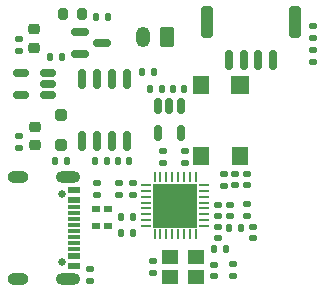
<source format=gts>
G04 #@! TF.GenerationSoftware,KiCad,Pcbnew,8.0.4*
G04 #@! TF.CreationDate,2024-07-24T18:14:05+02:00*
G04 #@! TF.ProjectId,ESP32-C3-V3,45535033-322d-4433-932d-56332e6b6963,rev?*
G04 #@! TF.SameCoordinates,Original*
G04 #@! TF.FileFunction,Soldermask,Top*
G04 #@! TF.FilePolarity,Negative*
%FSLAX46Y46*%
G04 Gerber Fmt 4.6, Leading zero omitted, Abs format (unit mm)*
G04 Created by KiCad (PCBNEW 8.0.4) date 2024-07-24 18:14:05*
%MOMM*%
%LPD*%
G01*
G04 APERTURE LIST*
G04 Aperture macros list*
%AMRoundRect*
0 Rectangle with rounded corners*
0 $1 Rounding radius*
0 $2 $3 $4 $5 $6 $7 $8 $9 X,Y pos of 4 corners*
0 Add a 4 corners polygon primitive as box body*
4,1,4,$2,$3,$4,$5,$6,$7,$8,$9,$2,$3,0*
0 Add four circle primitives for the rounded corners*
1,1,$1+$1,$2,$3*
1,1,$1+$1,$4,$5*
1,1,$1+$1,$6,$7*
1,1,$1+$1,$8,$9*
0 Add four rect primitives between the rounded corners*
20,1,$1+$1,$2,$3,$4,$5,0*
20,1,$1+$1,$4,$5,$6,$7,0*
20,1,$1+$1,$6,$7,$8,$9,0*
20,1,$1+$1,$8,$9,$2,$3,0*%
G04 Aperture macros list end*
%ADD10RoundRect,0.140000X-0.170000X0.140000X-0.170000X-0.140000X0.170000X-0.140000X0.170000X0.140000X0*%
%ADD11RoundRect,0.135000X-0.185000X0.135000X-0.185000X-0.135000X0.185000X-0.135000X0.185000X0.135000X0*%
%ADD12RoundRect,0.140000X-0.140000X-0.170000X0.140000X-0.170000X0.140000X0.170000X-0.140000X0.170000X0*%
%ADD13RoundRect,0.140000X0.170000X-0.140000X0.170000X0.140000X-0.170000X0.140000X-0.170000X-0.140000X0*%
%ADD14RoundRect,0.200000X0.200000X0.275000X-0.200000X0.275000X-0.200000X-0.275000X0.200000X-0.275000X0*%
%ADD15R,0.700000X0.600000*%
%ADD16RoundRect,0.218750X-0.256250X0.218750X-0.256250X-0.218750X0.256250X-0.218750X0.256250X0.218750X0*%
%ADD17C,0.660000*%
%ADD18R,1.140000X0.600000*%
%ADD19R,1.140000X0.300000*%
%ADD20O,2.100000X1.000000*%
%ADD21O,1.800000X1.000000*%
%ADD22RoundRect,0.135000X-0.135000X-0.185000X0.135000X-0.185000X0.135000X0.185000X-0.135000X0.185000X0*%
%ADD23RoundRect,0.250000X0.350000X0.625000X-0.350000X0.625000X-0.350000X-0.625000X0.350000X-0.625000X0*%
%ADD24O,1.200000X1.750000*%
%ADD25RoundRect,0.135000X0.135000X0.185000X-0.135000X0.185000X-0.135000X-0.185000X0.135000X-0.185000X0*%
%ADD26RoundRect,0.135000X0.185000X-0.135000X0.185000X0.135000X-0.185000X0.135000X-0.185000X-0.135000X0*%
%ADD27RoundRect,0.140000X0.140000X0.170000X-0.140000X0.170000X-0.140000X-0.170000X0.140000X-0.170000X0*%
%ADD28RoundRect,0.250000X-0.250000X0.250000X-0.250000X-0.250000X0.250000X-0.250000X0.250000X0.250000X0*%
%ADD29RoundRect,0.150000X0.150000X0.700000X-0.150000X0.700000X-0.150000X-0.700000X0.150000X-0.700000X0*%
%ADD30RoundRect,0.250000X0.250000X1.100000X-0.250000X1.100000X-0.250000X-1.100000X0.250000X-1.100000X0*%
%ADD31RoundRect,0.150000X-0.587500X-0.150000X0.587500X-0.150000X0.587500X0.150000X-0.587500X0.150000X0*%
%ADD32R,1.500000X1.500000*%
%ADD33R,1.400000X1.600000*%
%ADD34RoundRect,0.150000X-0.150000X0.512500X-0.150000X-0.512500X0.150000X-0.512500X0.150000X0.512500X0*%
%ADD35RoundRect,0.062500X0.337500X0.062500X-0.337500X0.062500X-0.337500X-0.062500X0.337500X-0.062500X0*%
%ADD36RoundRect,0.062500X0.062500X0.337500X-0.062500X0.337500X-0.062500X-0.337500X0.062500X-0.337500X0*%
%ADD37R,3.700000X3.700000*%
%ADD38R,1.400000X1.200000*%
%ADD39RoundRect,0.150000X0.150000X-0.675000X0.150000X0.675000X-0.150000X0.675000X-0.150000X-0.675000X0*%
%ADD40RoundRect,0.150000X0.512500X0.150000X-0.512500X0.150000X-0.512500X-0.150000X0.512500X-0.150000X0*%
G04 APERTURE END LIST*
D10*
G04 #@! TO.C,C3*
X54200000Y-7320000D03*
X54200000Y-8280000D03*
G04 #@! TD*
D11*
G04 #@! TO.C,R3*
X40400000Y-10890000D03*
X40400000Y-11910000D03*
G04 #@! TD*
D10*
G04 #@! TO.C,C5*
X48400000Y-920000D03*
X48400000Y-1880000D03*
G04 #@! TD*
D11*
G04 #@! TO.C,R14*
X34400000Y360000D03*
X34400000Y-660000D03*
G04 #@! TD*
G04 #@! TO.C,R9*
X59300000Y9710000D03*
X59300000Y8690000D03*
G04 #@! TD*
G04 #@! TO.C,R5*
X51700000Y-2790000D03*
X51700000Y-3810000D03*
G04 #@! TD*
D12*
G04 #@! TO.C,C1*
X50920000Y-9200000D03*
X51880000Y-9200000D03*
G04 #@! TD*
D13*
G04 #@! TO.C,C12*
X45700000Y-11180000D03*
X45700000Y-10220000D03*
G04 #@! TD*
D14*
G04 #@! TO.C,R20*
X39725000Y10700000D03*
X38075000Y10700000D03*
G04 #@! TD*
D11*
G04 #@! TO.C,R12*
X42800000Y-3590000D03*
X42800000Y-4610000D03*
G04 #@! TD*
D10*
G04 #@! TO.C,C11*
X44000000Y-3620000D03*
X44000000Y-4580000D03*
G04 #@! TD*
D13*
G04 #@! TO.C,C13*
X52700000Y-3760000D03*
X52700000Y-2800000D03*
G04 #@! TD*
D15*
G04 #@! TO.C,D1*
X41900000Y-5790000D03*
X40900000Y-5790000D03*
X40900000Y-7190000D03*
X41900000Y-7190000D03*
G04 #@! TD*
D16*
G04 #@! TO.C,D2*
X35660000Y9447500D03*
X35660000Y7872500D03*
G04 #@! TD*
D10*
G04 #@! TO.C,C6*
X51200000Y-7320000D03*
X51200000Y-8280000D03*
G04 #@! TD*
D17*
G04 #@! TO.C,U1*
X38000000Y-4520000D03*
X38000000Y-10300000D03*
D18*
X39070000Y-4210000D03*
X39070000Y-5010000D03*
D19*
X39070000Y-6160000D03*
X39070000Y-7160000D03*
X39070000Y-7660000D03*
X39070000Y-8660000D03*
D18*
X39070000Y-9810000D03*
X39070000Y-10610000D03*
X39070000Y-10610000D03*
X39070000Y-9810000D03*
D19*
X39070000Y-9160000D03*
X39070000Y-8160000D03*
X39070000Y-6660000D03*
X39070000Y-5660000D03*
D18*
X39070000Y-5010000D03*
X39070000Y-4210000D03*
D20*
X38500000Y-3090000D03*
D21*
X34320000Y-3090000D03*
D20*
X38500000Y-11730000D03*
D21*
X34320000Y-11730000D03*
G04 #@! TD*
D22*
G04 #@! TO.C,R4*
X45490000Y4350000D03*
X46510000Y4350000D03*
G04 #@! TD*
D23*
G04 #@! TO.C,J2*
X46900000Y8750000D03*
D24*
X44900000Y8750000D03*
G04 #@! TD*
D25*
G04 #@! TO.C,R8*
X44000000Y-7800000D03*
X42980000Y-7800000D03*
G04 #@! TD*
D26*
G04 #@! TO.C,R1*
X52500000Y-11500000D03*
X52500000Y-10480000D03*
G04 #@! TD*
D27*
G04 #@! TO.C,C8*
X43680000Y-1700000D03*
X42720000Y-1700000D03*
G04 #@! TD*
D25*
G04 #@! TO.C,R16*
X41810000Y-1700000D03*
X40790000Y-1700000D03*
G04 #@! TD*
G04 #@! TO.C,R13*
X41910000Y10500000D03*
X40890000Y10500000D03*
G04 #@! TD*
D26*
G04 #@! TO.C,R19*
X53700000Y-6410000D03*
X53700000Y-5390000D03*
G04 #@! TD*
D25*
G04 #@! TO.C,L1*
X53210000Y-7400000D03*
X52190000Y-7400000D03*
G04 #@! TD*
D28*
G04 #@! TO.C,D4*
X37900000Y2150000D03*
X37900000Y-350000D03*
G04 #@! TD*
D29*
G04 #@! TO.C,J1*
X55900000Y6800000D03*
X54650000Y6800000D03*
X53400000Y6800000D03*
X52150000Y6800000D03*
D30*
X57750000Y10000000D03*
X50300000Y10000000D03*
G04 #@! TD*
D25*
G04 #@! TO.C,R15*
X38410000Y-1700000D03*
X37390000Y-1700000D03*
G04 #@! TD*
D26*
G04 #@! TO.C,R2*
X40990000Y-4610000D03*
X40990000Y-3590000D03*
G04 #@! TD*
D16*
G04 #@! TO.C,D3*
X35700000Y1187500D03*
X35700000Y-387500D03*
G04 #@! TD*
D11*
G04 #@! TO.C,R11*
X34400000Y8620000D03*
X34400000Y7600000D03*
G04 #@! TD*
D26*
G04 #@! TO.C,R10*
X59300000Y6690000D03*
X59300000Y7710000D03*
G04 #@! TD*
D31*
G04 #@! TO.C,Q1*
X39525000Y9200000D03*
X39525000Y7300000D03*
X41400000Y8250000D03*
G04 #@! TD*
D32*
G04 #@! TO.C,SW2*
X53100000Y4700000D03*
D33*
X53100000Y-1300000D03*
X49800000Y4700000D03*
X49800000Y-1300000D03*
G04 #@! TD*
D13*
G04 #@! TO.C,C14*
X53700000Y-3760000D03*
X53700000Y-2800000D03*
G04 #@! TD*
D11*
G04 #@! TO.C,R6*
X46600000Y-890000D03*
X46600000Y-1910000D03*
G04 #@! TD*
D12*
G04 #@! TO.C,C9*
X44820000Y5800000D03*
X45780000Y5800000D03*
G04 #@! TD*
D25*
G04 #@! TO.C,R7*
X44010000Y-6490000D03*
X42990000Y-6490000D03*
G04 #@! TD*
G04 #@! TO.C,R18*
X38010000Y7100000D03*
X36990000Y7100000D03*
G04 #@! TD*
D34*
G04 #@! TO.C,U5*
X48050000Y2887500D03*
X47100000Y2887500D03*
X46150000Y2887500D03*
X46150000Y612500D03*
X48050000Y612500D03*
G04 #@! TD*
D10*
G04 #@! TO.C,C7*
X51250000Y-5420000D03*
X51250000Y-6380000D03*
G04 #@! TD*
D35*
G04 #@! TO.C,U3*
X50050000Y-7250000D03*
X50050000Y-6750000D03*
X50050000Y-6250000D03*
X50050000Y-5750000D03*
X50050000Y-5250000D03*
X50050000Y-4750000D03*
X50050000Y-4250000D03*
X50050000Y-3750000D03*
D36*
X49350000Y-3050000D03*
X48850000Y-3050000D03*
X48350000Y-3050000D03*
X47850000Y-3050000D03*
X47350000Y-3050000D03*
X46850000Y-3050000D03*
X46350000Y-3050000D03*
X45850000Y-3050000D03*
D35*
X45150000Y-3750000D03*
X45150000Y-4250000D03*
X45150000Y-4750000D03*
X45150000Y-5250000D03*
X45150000Y-5750000D03*
X45150000Y-6250000D03*
X45150000Y-6750000D03*
X45150000Y-7250000D03*
D36*
X45850000Y-7950000D03*
X46350000Y-7950000D03*
X46850000Y-7950000D03*
X47350000Y-7950000D03*
X47850000Y-7950000D03*
X48350000Y-7950000D03*
X48850000Y-7950000D03*
X49350000Y-7950000D03*
D37*
X47600000Y-5500000D03*
G04 #@! TD*
D10*
G04 #@! TO.C,C2*
X52200000Y-5420000D03*
X52200000Y-6380000D03*
G04 #@! TD*
D12*
G04 #@! TO.C,C4*
X47400000Y4350000D03*
X48360000Y4350000D03*
G04 #@! TD*
D38*
G04 #@! TO.C,Y1*
X49400000Y-9850000D03*
X47200000Y-9850000D03*
X47200000Y-11550000D03*
X49400000Y-11550000D03*
G04 #@! TD*
D10*
G04 #@! TO.C,C10*
X50900000Y-10520000D03*
X50900000Y-11480000D03*
G04 #@! TD*
D39*
G04 #@! TO.C,U4*
X39695000Y-25000D03*
X40965000Y-25000D03*
X42235000Y-25000D03*
X43505000Y-25000D03*
X43505000Y5225000D03*
X42235000Y5225000D03*
X40965000Y5225000D03*
X39695000Y5225000D03*
G04 #@! TD*
D40*
G04 #@! TO.C,U2*
X36837500Y3860000D03*
X36837500Y4810000D03*
X36837500Y5760000D03*
X34562500Y5760000D03*
X34562500Y3860000D03*
G04 #@! TD*
M02*

</source>
